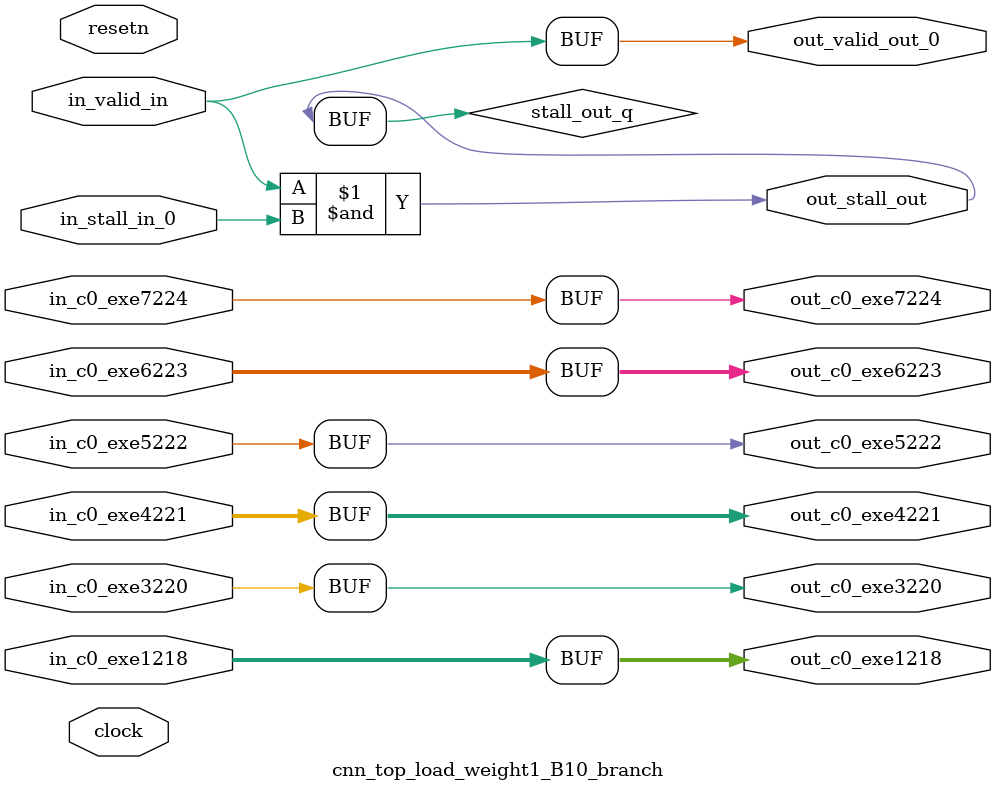
<source format=sv>



(* altera_attribute = "-name AUTO_SHIFT_REGISTER_RECOGNITION OFF; -name MESSAGE_DISABLE 10036; -name MESSAGE_DISABLE 10037; -name MESSAGE_DISABLE 14130; -name MESSAGE_DISABLE 14320; -name MESSAGE_DISABLE 15400; -name MESSAGE_DISABLE 14130; -name MESSAGE_DISABLE 10036; -name MESSAGE_DISABLE 12020; -name MESSAGE_DISABLE 12030; -name MESSAGE_DISABLE 12010; -name MESSAGE_DISABLE 12110; -name MESSAGE_DISABLE 14320; -name MESSAGE_DISABLE 13410; -name MESSAGE_DISABLE 113007; -name MESSAGE_DISABLE 10958" *)
module cnn_top_load_weight1_B10_branch (
    input wire [31:0] in_c0_exe1218,
    input wire [0:0] in_c0_exe3220,
    input wire [31:0] in_c0_exe4221,
    input wire [0:0] in_c0_exe5222,
    input wire [31:0] in_c0_exe6223,
    input wire [0:0] in_c0_exe7224,
    input wire [0:0] in_stall_in_0,
    input wire [0:0] in_valid_in,
    output wire [31:0] out_c0_exe1218,
    output wire [0:0] out_c0_exe3220,
    output wire [31:0] out_c0_exe4221,
    output wire [0:0] out_c0_exe5222,
    output wire [31:0] out_c0_exe6223,
    output wire [0:0] out_c0_exe7224,
    output wire [0:0] out_stall_out,
    output wire [0:0] out_valid_out_0,
    input wire clock,
    input wire resetn
    );

    wire [0:0] stall_out_q;


    // out_c0_exe1218(GPOUT,10)
    assign out_c0_exe1218 = in_c0_exe1218;

    // out_c0_exe3220(GPOUT,11)
    assign out_c0_exe3220 = in_c0_exe3220;

    // out_c0_exe4221(GPOUT,12)
    assign out_c0_exe4221 = in_c0_exe4221;

    // out_c0_exe5222(GPOUT,13)
    assign out_c0_exe5222 = in_c0_exe5222;

    // out_c0_exe6223(GPOUT,14)
    assign out_c0_exe6223 = in_c0_exe6223;

    // out_c0_exe7224(GPOUT,15)
    assign out_c0_exe7224 = in_c0_exe7224;

    // stall_out(LOGICAL,18)
    assign stall_out_q = in_valid_in & in_stall_in_0;

    // out_stall_out(GPOUT,16)
    assign out_stall_out = stall_out_q;

    // out_valid_out_0(GPOUT,17)
    assign out_valid_out_0 = in_valid_in;

endmodule

</source>
